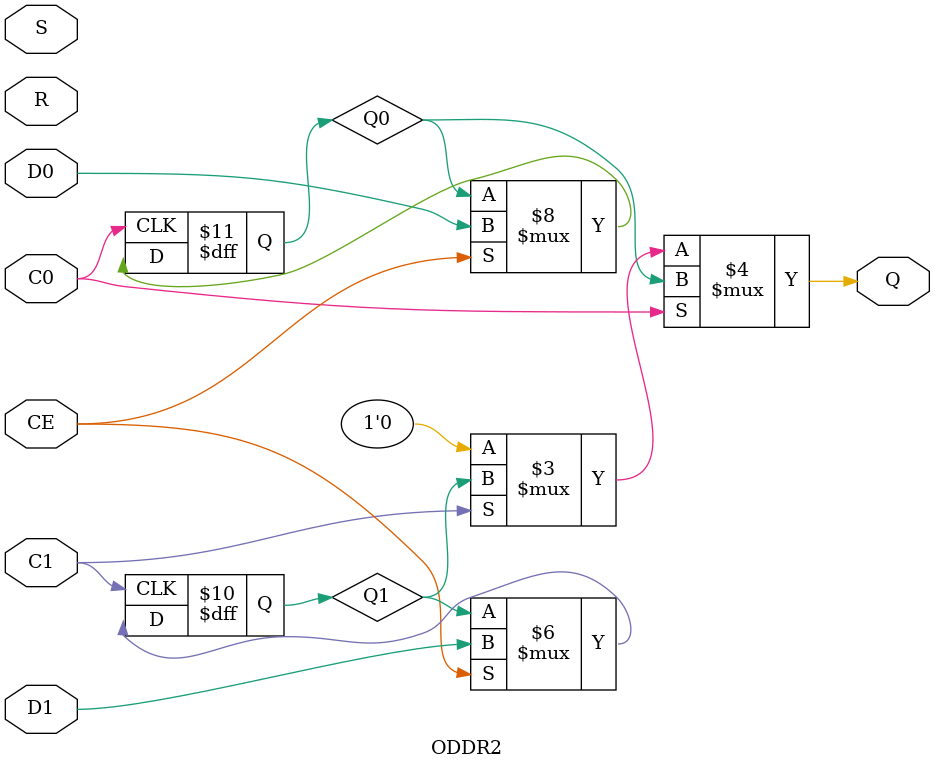
<source format=v>
module ODDR2
  (
   Q,
   C0,
   C1,
   CE,
   D0,
   D1,
   R,
   S
   );

   output     Q;
   input      C0;
   input      C1;
   input      CE;
   input      D0;
   input      D1;
   input      R;
   input      S;

   reg        Q0;
   reg        Q1;

   initial begin
      Q0 = 0;
      Q1 = 0;
   end

   always @(posedge C0)
     if (CE)
       Q0 <= D0;

   always @(posedge C1)
     if (CE)
       Q1 <= D1;

   assign Q = C0 ? Q0 : C1 ? Q1 : 1'b0;

endmodule

</source>
